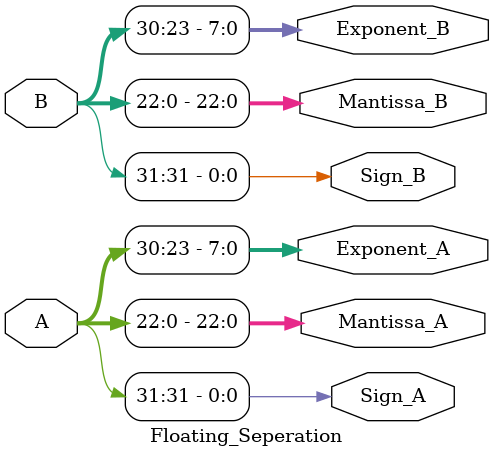
<source format=v>
module Floating_Seperation (A,B,Sign_A,Sign_B,Mantissa_A,Mantissa_B,Exponent_A,Exponent_B);
  input [31:0]A,B;
  output Sign_A; 
  output Sign_B;
  output [22:0]Mantissa_A,Mantissa_B;
  output [7:0]Exponent_A,Exponent_B;
  
  
  assign Sign_A=A[31];
  assign Sign_B=B[31];
  assign Exponent_A=A[30:23];
  assign Exponent_B=B[30:23];
  assign Mantissa_A=A[22:0];
  assign Mantissa_B=B[22:0];
  
  
endmodule
</source>
